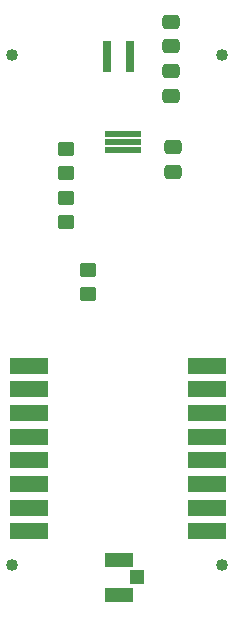
<source format=gbr>
%TF.GenerationSoftware,KiCad,Pcbnew,8.0.1*%
%TF.CreationDate,2024-03-27T22:20:37-06:00*%
%TF.ProjectId,weather-station-receiver,77656174-6865-4722-9d73-746174696f6e,rev?*%
%TF.SameCoordinates,Original*%
%TF.FileFunction,Soldermask,Top*%
%TF.FilePolarity,Negative*%
%FSLAX46Y46*%
G04 Gerber Fmt 4.6, Leading zero omitted, Abs format (unit mm)*
G04 Created by KiCad (PCBNEW 8.0.1) date 2024-03-27 22:20:37*
%MOMM*%
%LPD*%
G01*
G04 APERTURE LIST*
G04 Aperture macros list*
%AMRoundRect*
0 Rectangle with rounded corners*
0 $1 Rounding radius*
0 $2 $3 $4 $5 $6 $7 $8 $9 X,Y pos of 4 corners*
0 Add a 4 corners polygon primitive as box body*
4,1,4,$2,$3,$4,$5,$6,$7,$8,$9,$2,$3,0*
0 Add four circle primitives for the rounded corners*
1,1,$1+$1,$2,$3*
1,1,$1+$1,$4,$5*
1,1,$1+$1,$6,$7*
1,1,$1+$1,$8,$9*
0 Add four rect primitives between the rounded corners*
20,1,$1+$1,$2,$3,$4,$5,0*
20,1,$1+$1,$4,$5,$6,$7,0*
20,1,$1+$1,$6,$7,$8,$9,0*
20,1,$1+$1,$8,$9,$2,$3,0*%
G04 Aperture macros list end*
%ADD10RoundRect,0.250000X0.450000X-0.350000X0.450000X0.350000X-0.450000X0.350000X-0.450000X-0.350000X0*%
%ADD11RoundRect,0.250000X-0.450000X0.350000X-0.450000X-0.350000X0.450000X-0.350000X0.450000X0.350000X0*%
%ADD12RoundRect,0.250000X0.475000X-0.337500X0.475000X0.337500X-0.475000X0.337500X-0.475000X-0.337500X0*%
%ADD13RoundRect,0.250000X-0.475000X0.337500X-0.475000X-0.337500X0.475000X-0.337500X0.475000X0.337500X0*%
%ADD14RoundRect,0.102000X-1.500000X-0.600000X1.500000X-0.600000X1.500000X0.600000X-1.500000X0.600000X0*%
%ADD15RoundRect,0.041920X-0.680080X-0.220080X0.680080X-0.220080X0.680080X0.220080X-0.680080X0.220080X0*%
%ADD16RoundRect,0.039240X0.307760X0.287760X-0.307760X0.287760X-0.307760X-0.287760X0.307760X-0.287760X0*%
%ADD17RoundRect,0.102000X0.525000X-0.500000X0.525000X0.500000X-0.525000X0.500000X-0.525000X-0.500000X0*%
%ADD18RoundRect,0.102000X1.100000X-0.525000X1.100000X0.525000X-1.100000X0.525000X-1.100000X-0.525000X0*%
%ADD19C,1.020000*%
G04 APERTURE END LIST*
D10*
%TO.C,R3*%
X157429200Y-94437200D03*
X157429200Y-92437200D03*
%TD*%
%TO.C,R2*%
X155549600Y-88360000D03*
X155549600Y-86360000D03*
%TD*%
D11*
%TO.C,R1*%
X155549600Y-82226400D03*
X155549600Y-84226400D03*
%TD*%
D12*
%TO.C,C3*%
X164490400Y-77694700D03*
X164490400Y-75619700D03*
%TD*%
D13*
%TO.C,C2*%
X164642800Y-82049800D03*
X164642800Y-84124800D03*
%TD*%
D12*
%TO.C,C1*%
X164490400Y-73478300D03*
X164490400Y-71403300D03*
%TD*%
D14*
%TO.C,U1*%
X152491000Y-100543600D03*
X152491000Y-102543600D03*
X152491000Y-104543600D03*
X152491000Y-106543600D03*
X152491000Y-108543600D03*
X152491000Y-110543600D03*
X152491000Y-112543600D03*
X152491000Y-114543600D03*
X167491000Y-114543600D03*
X167491000Y-112543600D03*
X167491000Y-110543600D03*
X167491000Y-108543600D03*
X167491000Y-106543600D03*
X167491000Y-104543600D03*
X167491000Y-102543600D03*
X167491000Y-100543600D03*
%TD*%
D15*
%TO.C,U3*%
X159647600Y-80934800D03*
X159647600Y-81584800D03*
X159647600Y-82234800D03*
X161137600Y-82234800D03*
X161137600Y-81584800D03*
X161137600Y-80934800D03*
%TD*%
D16*
%TO.C,U4*%
X159035900Y-75295400D03*
X159035900Y-74645400D03*
X159035900Y-73995400D03*
X159035900Y-73345400D03*
X160975900Y-73345400D03*
X160975900Y-73995400D03*
X160975900Y-74645400D03*
X160975900Y-75295400D03*
%TD*%
D17*
%TO.C,J1*%
X161584800Y-118465600D03*
D18*
X160059800Y-119940600D03*
X160059800Y-116990600D03*
%TD*%
D19*
%TO.C,U2*%
X168759900Y-117449600D03*
X168759900Y-74269600D03*
X150979900Y-117449600D03*
X150979900Y-74269600D03*
%TD*%
M02*

</source>
